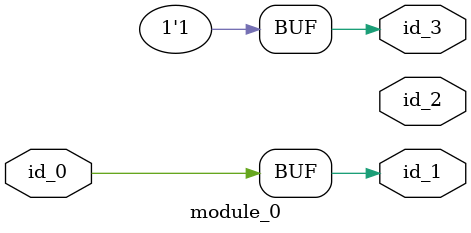
<source format=v>
module module_0 (
    input  id_0,
    output id_1,
    output id_2,
    output id_3
);
  always begin
    id_3 <= 1;
  end
  always #1 id_1[1'b0] <= id_0;
  integer id_4;
endmodule

</source>
